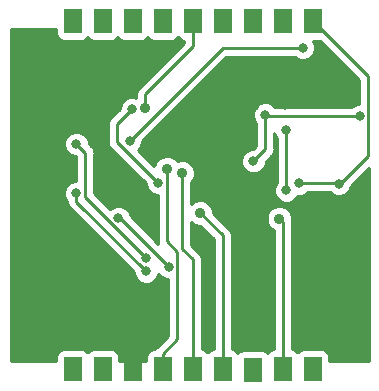
<source format=gbr>
G04 #@! TF.GenerationSoftware,KiCad,Pcbnew,5.0.2-bee76a0~70~ubuntu16.04.1*
G04 #@! TF.CreationDate,2019-03-15T16:31:10-06:00*
G04 #@! TF.ProjectId,AX25_TNC_modemmodule,41583235-5f54-44e4-935f-6d6f64656d6d,rev?*
G04 #@! TF.SameCoordinates,Original*
G04 #@! TF.FileFunction,Copper,L2,Bot*
G04 #@! TF.FilePolarity,Positive*
%FSLAX46Y46*%
G04 Gerber Fmt 4.6, Leading zero omitted, Abs format (unit mm)*
G04 Created by KiCad (PCBNEW 5.0.2-bee76a0~70~ubuntu16.04.1) date Fri 15 Mar 2019 04:31:10 PM MDT*
%MOMM*%
%LPD*%
G01*
G04 APERTURE LIST*
G04 #@! TA.AperFunction,ComponentPad*
%ADD10R,1.524000X2.032000*%
G04 #@! TD*
G04 #@! TA.AperFunction,ViaPad*
%ADD11C,1.270000*%
G04 #@! TD*
G04 #@! TA.AperFunction,ViaPad*
%ADD12C,0.889000*%
G04 #@! TD*
G04 #@! TA.AperFunction,ViaPad*
%ADD13C,0.800000*%
G04 #@! TD*
G04 #@! TA.AperFunction,Conductor*
%ADD14C,0.254000*%
G04 #@! TD*
G04 APERTURE END LIST*
D10*
G04 #@! TO.P,J14,1*
G04 #@! TO.N,/gen2*
X143954500Y-95567500D03*
G04 #@! TD*
G04 #@! TO.P,,1*
G04 #@! TO.N,N/C*
X141414500Y-95567500D03*
G04 #@! TD*
G04 #@! TO.P,gnd,3*
G04 #@! TO.N,GND*
X146494500Y-125031500D03*
G04 #@! TD*
G04 #@! TO.P,ptt,1*
G04 #@! TO.N,/ptt*
X141414500Y-125031500D03*
G04 #@! TD*
G04 #@! TO.P,out,2*
G04 #@! TO.N,/audio_out*
X143954500Y-125031500D03*
G04 #@! TD*
G04 #@! TO.P,txl,8*
G04 #@! TO.N,/txled*
X159194500Y-125031500D03*
G04 #@! TD*
G04 #@! TO.P,g1,6*
G04 #@! TO.N,/gen1*
X154114500Y-125031500D03*
G04 #@! TD*
G04 #@! TO.P,5v,9*
G04 #@! TO.N,+5V*
X161734500Y-125031500D03*
G04 #@! TD*
G04 #@! TO.P,sda,5*
G04 #@! TO.N,/sda*
X151574500Y-125031500D03*
G04 #@! TD*
G04 #@! TO.P,scl,4*
G04 #@! TO.N,/scl*
X149034500Y-125031500D03*
G04 #@! TD*
G04 #@! TO.P,rxl,7*
G04 #@! TO.N,/rxled*
X156654500Y-125095000D03*
G04 #@! TD*
G04 #@! TO.P,tx,1*
G04 #@! TO.N,/tnc_rx*
X149034500Y-95567500D03*
G04 #@! TD*
G04 #@! TO.P,g2,1*
G04 #@! TO.N,/tnc_tx*
X146494500Y-95567500D03*
G04 #@! TD*
G04 #@! TO.P,ain,1*
G04 #@! TO.N,/audio_in*
X154114500Y-95567500D03*
G04 #@! TD*
G04 #@! TO.P,osi,11*
G04 #@! TO.N,/mosi*
X159194500Y-95567500D03*
G04 #@! TD*
G04 #@! TO.P,sck,1*
G04 #@! TO.N,/sck*
X156654500Y-95567500D03*
G04 #@! TD*
G04 #@! TO.P,iso,10*
G04 #@! TO.N,/miso*
X161734500Y-95567500D03*
G04 #@! TD*
G04 #@! TO.P,rx,1*
G04 #@! TO.N,/gen3*
X151638000Y-95567500D03*
G04 #@! TD*
D11*
G04 #@! TO.N,*
X141427200Y-95554800D03*
G04 #@! TO.N,+5V*
X161734500Y-125031500D03*
D12*
G04 #@! TO.N,GND*
X154368500Y-104584500D03*
X137922000Y-102616000D03*
X142303500Y-115506500D03*
X145224500Y-99123500D03*
X152908000Y-122872500D03*
X164719000Y-122555000D03*
X138176000Y-115506500D03*
X147510500Y-110045500D03*
X144462500Y-109664500D03*
X148272500Y-120904000D03*
D11*
X146494500Y-125031500D03*
D12*
X157480000Y-121920000D03*
D13*
X145161000Y-123190000D03*
D12*
X156781500Y-102806500D03*
D13*
X159385000Y-102679500D03*
X161480500Y-99758500D03*
G04 #@! TO.N,+5V*
X148653500Y-109283500D03*
X146430998Y-103060500D03*
D11*
G04 #@! TO.N,/audio_in*
X154114500Y-95554800D03*
D13*
G04 #@! TO.N,Net-(C4-Pad2)*
X147660045Y-115656045D03*
X141731996Y-105981500D03*
G04 #@! TO.N,Net-(C5-Pad2)*
X147637500Y-116776500D03*
X141732000Y-110172500D03*
D11*
G04 #@! TO.N,/audio_out*
X143954500Y-125031500D03*
G04 #@! TO.N,/ptt*
X141414500Y-125031500D03*
D12*
G04 #@! TO.N,/sda*
X150685500Y-108458000D03*
D11*
X151574500Y-125031500D03*
D12*
G04 #@! TO.N,/scl*
X149415500Y-108077000D03*
D11*
X149034500Y-125031500D03*
D13*
G04 #@! TO.N,/mosi*
X159518074Y-109924574D03*
D11*
X159194500Y-95567500D03*
D13*
X159512000Y-104775000D03*
G04 #@! TO.N,/miso*
X160609927Y-109324234D03*
D11*
X161734500Y-95567500D03*
D13*
X163957000Y-109347000D03*
G04 #@! TO.N,/sck*
X156724067Y-107448067D03*
D11*
X156654500Y-95567500D03*
D13*
X165706490Y-103632000D03*
X157733996Y-103505000D03*
G04 #@! TO.N,/reset*
X146240500Y-105727500D03*
X160909000Y-97853498D03*
G04 #@! TO.N,Net-(R5-Pad2)*
X149542500Y-116395500D03*
X145294067Y-112261933D03*
D11*
G04 #@! TO.N,/gen2*
X143954500Y-95567500D03*
D12*
G04 #@! TO.N,/gen1*
X152209500Y-111823500D03*
D11*
X154114500Y-125031500D03*
G04 #@! TO.N,/tnc_rx*
X149034500Y-95567500D03*
G04 #@! TO.N,/tnc_tx*
X146494500Y-95567500D03*
D12*
G04 #@! TO.N,/txled*
X158909783Y-112310283D03*
D11*
X159194500Y-125031500D03*
G04 #@! TO.N,/rxled*
X156654500Y-125095000D03*
D12*
G04 #@! TO.N,/gen3*
X147574000Y-102933500D03*
D11*
X151638000Y-95567500D03*
G04 #@! TD*
D14*
G04 #@! TO.N,+5V*
X146030999Y-103460499D02*
X146430998Y-103060500D01*
X145161000Y-104330498D02*
X146030999Y-103460499D01*
X148653500Y-109283500D02*
X145161000Y-105791000D01*
X145161000Y-105791000D02*
X145161000Y-104330498D01*
G04 #@! TO.N,Net-(C4-Pad2)*
X142131995Y-106381499D02*
X141731996Y-105981500D01*
X142494000Y-106743504D02*
X142131995Y-106381499D01*
X147660045Y-115656045D02*
X142494000Y-110490000D01*
X142494000Y-110490000D02*
X142494000Y-106743504D01*
G04 #@! TO.N,Net-(C5-Pad2)*
X141732000Y-110738185D02*
X141732000Y-110172500D01*
X141732000Y-110871000D02*
X141732000Y-110738185D01*
X147637500Y-116776500D02*
X141732000Y-110871000D01*
G04 #@! TO.N,/sda*
X150685500Y-108458000D02*
X150685500Y-114864434D01*
X151574500Y-115753434D02*
X151574500Y-125031500D01*
X150685500Y-114864434D02*
X151574500Y-115753434D01*
X151574500Y-125031500D02*
X151574500Y-125031500D01*
G04 #@! TO.N,/scl*
X149415500Y-108077000D02*
X149415500Y-114236500D01*
X150269501Y-122526499D02*
X149034500Y-123761500D01*
X150269501Y-115090501D02*
X150269501Y-122526499D01*
X149034500Y-123761500D02*
X149034500Y-125031500D01*
X149415500Y-114236500D02*
X150269501Y-115090501D01*
X149034500Y-125031500D02*
X149034500Y-125031500D01*
G04 #@! TO.N,/mosi*
X159518074Y-109924574D02*
X159518074Y-104781074D01*
X159518074Y-104781074D02*
X159512000Y-104775000D01*
G04 #@! TO.N,/miso*
X160609927Y-109324234D02*
X163934234Y-109324234D01*
X163934234Y-109324234D02*
X163957000Y-109347000D01*
X160609927Y-109324234D02*
X164106766Y-109324234D01*
X164106766Y-109324234D02*
X166433500Y-106997500D01*
X166433500Y-106997500D02*
X166433500Y-100266500D01*
X166433500Y-100266500D02*
X161734500Y-95567500D01*
G04 #@! TO.N,/sck*
X157860996Y-103632000D02*
X157733996Y-103505000D01*
X165706490Y-103632000D02*
X157860996Y-103632000D01*
X157733996Y-106438138D02*
X157733996Y-104070685D01*
X156724067Y-107448067D02*
X157733996Y-106438138D01*
X157733996Y-104070685D02*
X157733996Y-103505000D01*
G04 #@! TO.N,/reset*
X154114502Y-97853498D02*
X160343315Y-97853498D01*
X146240500Y-105727500D02*
X154114502Y-97853498D01*
X160343315Y-97853498D02*
X160909000Y-97853498D01*
G04 #@! TO.N,Net-(R5-Pad2)*
X149542500Y-116395500D02*
X145408933Y-112261933D01*
X145408933Y-112261933D02*
X145294067Y-112261933D01*
G04 #@! TO.N,/gen1*
X154114500Y-113728500D02*
X152209500Y-111823500D01*
X154114500Y-125031500D02*
X154114500Y-125031500D01*
X154114500Y-125031500D02*
X154114500Y-113728500D01*
G04 #@! TO.N,/txled*
X159194500Y-112595000D02*
X159194500Y-125031500D01*
X158909783Y-112310283D02*
X159194500Y-112595000D01*
X159194500Y-125031500D02*
X159194500Y-125031500D01*
G04 #@! TO.N,/gen3*
X147574000Y-102933500D02*
X147574000Y-101790500D01*
X151638000Y-97726500D02*
X151638000Y-95567500D01*
X147574000Y-101790500D02*
X151638000Y-97726500D01*
X151638000Y-95567500D02*
X151638000Y-95567500D01*
G04 #@! TD*
G04 #@! TO.N,GND*
G36*
X165671501Y-100582132D02*
X165671501Y-102597000D01*
X165500616Y-102597000D01*
X165120210Y-102754569D01*
X165004779Y-102870000D01*
X158562707Y-102870000D01*
X158320276Y-102627569D01*
X157939870Y-102470000D01*
X157528122Y-102470000D01*
X157147716Y-102627569D01*
X156856565Y-102918720D01*
X156698996Y-103299126D01*
X156698996Y-103710874D01*
X156856565Y-104091280D01*
X156971997Y-104206712D01*
X156971996Y-106122507D01*
X156681437Y-106413067D01*
X156518193Y-106413067D01*
X156137787Y-106570636D01*
X155846636Y-106861787D01*
X155689067Y-107242193D01*
X155689067Y-107653941D01*
X155846636Y-108034347D01*
X156137787Y-108325498D01*
X156518193Y-108483067D01*
X156929941Y-108483067D01*
X157310347Y-108325498D01*
X157601498Y-108034347D01*
X157759067Y-107653941D01*
X157759067Y-107490697D01*
X158219746Y-107030019D01*
X158283367Y-106987509D01*
X158325878Y-106923887D01*
X158451783Y-106735457D01*
X158451783Y-106735456D01*
X158451784Y-106735455D01*
X158495996Y-106513186D01*
X158495996Y-106513182D01*
X158510923Y-106438139D01*
X158495996Y-106363096D01*
X158495996Y-105026734D01*
X158634569Y-105361280D01*
X158756075Y-105482786D01*
X158756074Y-109222863D01*
X158640643Y-109338294D01*
X158483074Y-109718700D01*
X158483074Y-110130448D01*
X158640643Y-110510854D01*
X158931794Y-110802005D01*
X159312200Y-110959574D01*
X159723948Y-110959574D01*
X160104354Y-110802005D01*
X160395505Y-110510854D01*
X160458308Y-110359234D01*
X160815801Y-110359234D01*
X161196207Y-110201665D01*
X161311638Y-110086234D01*
X163232523Y-110086234D01*
X163370720Y-110224431D01*
X163751126Y-110382000D01*
X164162874Y-110382000D01*
X164543280Y-110224431D01*
X164834431Y-109933280D01*
X164992000Y-109552874D01*
X164992000Y-109516630D01*
X166485500Y-108023130D01*
X166485501Y-124321500D01*
X163143940Y-124321500D01*
X163143940Y-124015500D01*
X163094657Y-123767735D01*
X162954309Y-123557691D01*
X162744265Y-123417343D01*
X162496500Y-123368060D01*
X160972500Y-123368060D01*
X160724735Y-123417343D01*
X160514691Y-123557691D01*
X160464500Y-123632807D01*
X160414309Y-123557691D01*
X160204265Y-123417343D01*
X159956500Y-123368060D01*
X159956500Y-112670047D01*
X159971428Y-112595000D01*
X159967815Y-112576837D01*
X159989283Y-112525009D01*
X159989283Y-112095557D01*
X159824939Y-111698795D01*
X159521271Y-111395127D01*
X159124509Y-111230783D01*
X158695057Y-111230783D01*
X158298295Y-111395127D01*
X157994627Y-111698795D01*
X157830283Y-112095557D01*
X157830283Y-112525009D01*
X157994627Y-112921771D01*
X158298295Y-113225439D01*
X158432500Y-113281028D01*
X158432501Y-123368060D01*
X158432500Y-123368060D01*
X158184735Y-123417343D01*
X157974691Y-123557691D01*
X157903285Y-123664557D01*
X157874309Y-123621191D01*
X157664265Y-123480843D01*
X157416500Y-123431560D01*
X155892500Y-123431560D01*
X155644735Y-123480843D01*
X155434691Y-123621191D01*
X155405715Y-123664557D01*
X155334309Y-123557691D01*
X155124265Y-123417343D01*
X154876500Y-123368060D01*
X154876500Y-113803547D01*
X154891428Y-113728500D01*
X154874743Y-113644618D01*
X154832288Y-113431183D01*
X154663871Y-113179129D01*
X154600249Y-113136618D01*
X153289000Y-111825370D01*
X153289000Y-111608774D01*
X153124656Y-111212012D01*
X152820988Y-110908344D01*
X152424226Y-110744000D01*
X151994774Y-110744000D01*
X151598012Y-110908344D01*
X151447500Y-111058856D01*
X151447500Y-109222644D01*
X151600656Y-109069488D01*
X151765000Y-108672726D01*
X151765000Y-108243274D01*
X151600656Y-107846512D01*
X151296988Y-107542844D01*
X150900226Y-107378500D01*
X150470774Y-107378500D01*
X150310169Y-107445025D01*
X150026988Y-107161844D01*
X149630226Y-106997500D01*
X149200774Y-106997500D01*
X148804012Y-107161844D01*
X148500344Y-107465512D01*
X148336000Y-107862274D01*
X148336000Y-107888369D01*
X146939671Y-106492040D01*
X147117931Y-106313780D01*
X147275500Y-105933374D01*
X147275500Y-105770130D01*
X154430133Y-98615498D01*
X160207289Y-98615498D01*
X160322720Y-98730929D01*
X160703126Y-98888498D01*
X161114874Y-98888498D01*
X161495280Y-98730929D01*
X161786431Y-98439778D01*
X161944000Y-98059372D01*
X161944000Y-97647624D01*
X161786431Y-97267218D01*
X161750153Y-97230940D01*
X162320310Y-97230940D01*
X165671501Y-100582132D01*
X165671501Y-100582132D01*
G37*
X165671501Y-100582132D02*
X165671501Y-102597000D01*
X165500616Y-102597000D01*
X165120210Y-102754569D01*
X165004779Y-102870000D01*
X158562707Y-102870000D01*
X158320276Y-102627569D01*
X157939870Y-102470000D01*
X157528122Y-102470000D01*
X157147716Y-102627569D01*
X156856565Y-102918720D01*
X156698996Y-103299126D01*
X156698996Y-103710874D01*
X156856565Y-104091280D01*
X156971997Y-104206712D01*
X156971996Y-106122507D01*
X156681437Y-106413067D01*
X156518193Y-106413067D01*
X156137787Y-106570636D01*
X155846636Y-106861787D01*
X155689067Y-107242193D01*
X155689067Y-107653941D01*
X155846636Y-108034347D01*
X156137787Y-108325498D01*
X156518193Y-108483067D01*
X156929941Y-108483067D01*
X157310347Y-108325498D01*
X157601498Y-108034347D01*
X157759067Y-107653941D01*
X157759067Y-107490697D01*
X158219746Y-107030019D01*
X158283367Y-106987509D01*
X158325878Y-106923887D01*
X158451783Y-106735457D01*
X158451783Y-106735456D01*
X158451784Y-106735455D01*
X158495996Y-106513186D01*
X158495996Y-106513182D01*
X158510923Y-106438139D01*
X158495996Y-106363096D01*
X158495996Y-105026734D01*
X158634569Y-105361280D01*
X158756075Y-105482786D01*
X158756074Y-109222863D01*
X158640643Y-109338294D01*
X158483074Y-109718700D01*
X158483074Y-110130448D01*
X158640643Y-110510854D01*
X158931794Y-110802005D01*
X159312200Y-110959574D01*
X159723948Y-110959574D01*
X160104354Y-110802005D01*
X160395505Y-110510854D01*
X160458308Y-110359234D01*
X160815801Y-110359234D01*
X161196207Y-110201665D01*
X161311638Y-110086234D01*
X163232523Y-110086234D01*
X163370720Y-110224431D01*
X163751126Y-110382000D01*
X164162874Y-110382000D01*
X164543280Y-110224431D01*
X164834431Y-109933280D01*
X164992000Y-109552874D01*
X164992000Y-109516630D01*
X166485500Y-108023130D01*
X166485501Y-124321500D01*
X163143940Y-124321500D01*
X163143940Y-124015500D01*
X163094657Y-123767735D01*
X162954309Y-123557691D01*
X162744265Y-123417343D01*
X162496500Y-123368060D01*
X160972500Y-123368060D01*
X160724735Y-123417343D01*
X160514691Y-123557691D01*
X160464500Y-123632807D01*
X160414309Y-123557691D01*
X160204265Y-123417343D01*
X159956500Y-123368060D01*
X159956500Y-112670047D01*
X159971428Y-112595000D01*
X159967815Y-112576837D01*
X159989283Y-112525009D01*
X159989283Y-112095557D01*
X159824939Y-111698795D01*
X159521271Y-111395127D01*
X159124509Y-111230783D01*
X158695057Y-111230783D01*
X158298295Y-111395127D01*
X157994627Y-111698795D01*
X157830283Y-112095557D01*
X157830283Y-112525009D01*
X157994627Y-112921771D01*
X158298295Y-113225439D01*
X158432500Y-113281028D01*
X158432501Y-123368060D01*
X158432500Y-123368060D01*
X158184735Y-123417343D01*
X157974691Y-123557691D01*
X157903285Y-123664557D01*
X157874309Y-123621191D01*
X157664265Y-123480843D01*
X157416500Y-123431560D01*
X155892500Y-123431560D01*
X155644735Y-123480843D01*
X155434691Y-123621191D01*
X155405715Y-123664557D01*
X155334309Y-123557691D01*
X155124265Y-123417343D01*
X154876500Y-123368060D01*
X154876500Y-113803547D01*
X154891428Y-113728500D01*
X154874743Y-113644618D01*
X154832288Y-113431183D01*
X154663871Y-113179129D01*
X154600249Y-113136618D01*
X153289000Y-111825370D01*
X153289000Y-111608774D01*
X153124656Y-111212012D01*
X152820988Y-110908344D01*
X152424226Y-110744000D01*
X151994774Y-110744000D01*
X151598012Y-110908344D01*
X151447500Y-111058856D01*
X151447500Y-109222644D01*
X151600656Y-109069488D01*
X151765000Y-108672726D01*
X151765000Y-108243274D01*
X151600656Y-107846512D01*
X151296988Y-107542844D01*
X150900226Y-107378500D01*
X150470774Y-107378500D01*
X150310169Y-107445025D01*
X150026988Y-107161844D01*
X149630226Y-106997500D01*
X149200774Y-106997500D01*
X148804012Y-107161844D01*
X148500344Y-107465512D01*
X148336000Y-107862274D01*
X148336000Y-107888369D01*
X146939671Y-106492040D01*
X147117931Y-106313780D01*
X147275500Y-105933374D01*
X147275500Y-105770130D01*
X154430133Y-98615498D01*
X160207289Y-98615498D01*
X160322720Y-98730929D01*
X160703126Y-98888498D01*
X161114874Y-98888498D01*
X161495280Y-98730929D01*
X161786431Y-98439778D01*
X161944000Y-98059372D01*
X161944000Y-97647624D01*
X161786431Y-97267218D01*
X161750153Y-97230940D01*
X162320310Y-97230940D01*
X165671501Y-100582132D01*
G36*
X140005060Y-96583500D02*
X140054343Y-96831265D01*
X140194691Y-97041309D01*
X140404735Y-97181657D01*
X140652500Y-97230940D01*
X142176500Y-97230940D01*
X142424265Y-97181657D01*
X142634309Y-97041309D01*
X142684500Y-96966193D01*
X142734691Y-97041309D01*
X142944735Y-97181657D01*
X143192500Y-97230940D01*
X144716500Y-97230940D01*
X144964265Y-97181657D01*
X145174309Y-97041309D01*
X145224500Y-96966193D01*
X145274691Y-97041309D01*
X145484735Y-97181657D01*
X145732500Y-97230940D01*
X147256500Y-97230940D01*
X147504265Y-97181657D01*
X147714309Y-97041309D01*
X147764500Y-96966193D01*
X147814691Y-97041309D01*
X148024735Y-97181657D01*
X148272500Y-97230940D01*
X149796500Y-97230940D01*
X150044265Y-97181657D01*
X150254309Y-97041309D01*
X150336250Y-96918677D01*
X150418191Y-97041309D01*
X150628235Y-97181657D01*
X150876000Y-97230940D01*
X150876000Y-97410869D01*
X147088251Y-101198619D01*
X147024630Y-101241129D01*
X146982119Y-101304751D01*
X146982118Y-101304752D01*
X146856213Y-101493183D01*
X146797073Y-101790500D01*
X146812001Y-101865548D01*
X146812001Y-102098041D01*
X146636872Y-102025500D01*
X146225124Y-102025500D01*
X145844718Y-102183069D01*
X145553567Y-102474220D01*
X145395998Y-102854626D01*
X145395998Y-103017869D01*
X144675251Y-103738617D01*
X144611630Y-103781127D01*
X144569119Y-103844749D01*
X144569118Y-103844750D01*
X144443213Y-104033181D01*
X144384073Y-104330498D01*
X144399001Y-104405546D01*
X144399000Y-105715956D01*
X144384073Y-105791000D01*
X144399000Y-105866043D01*
X144399000Y-105866047D01*
X144443212Y-106088316D01*
X144611629Y-106340371D01*
X144675253Y-106382883D01*
X147618500Y-109326131D01*
X147618500Y-109489374D01*
X147776069Y-109869780D01*
X148067220Y-110160931D01*
X148447626Y-110318500D01*
X148653500Y-110318500D01*
X148653501Y-114161452D01*
X148638573Y-114236500D01*
X148653501Y-114311548D01*
X148682632Y-114458002D01*
X146329067Y-112104437D01*
X146329067Y-112056059D01*
X146171498Y-111675653D01*
X145880347Y-111384502D01*
X145499941Y-111226933D01*
X145088193Y-111226933D01*
X144707787Y-111384502D01*
X144586960Y-111505329D01*
X143256000Y-110174370D01*
X143256000Y-106818546D01*
X143270927Y-106743503D01*
X143256000Y-106668460D01*
X143256000Y-106668456D01*
X143211788Y-106446187D01*
X143043371Y-106194133D01*
X142979746Y-106151620D01*
X142766996Y-105938870D01*
X142766996Y-105775626D01*
X142609427Y-105395220D01*
X142318276Y-105104069D01*
X141937870Y-104946500D01*
X141526122Y-104946500D01*
X141145716Y-105104069D01*
X140854565Y-105395220D01*
X140696996Y-105775626D01*
X140696996Y-106187374D01*
X140854565Y-106567780D01*
X141145716Y-106858931D01*
X141526122Y-107016500D01*
X141689366Y-107016500D01*
X141732001Y-107059135D01*
X141732000Y-109137500D01*
X141526126Y-109137500D01*
X141145720Y-109295069D01*
X140854569Y-109586220D01*
X140697000Y-109966626D01*
X140697000Y-110378374D01*
X140854569Y-110758780D01*
X140957017Y-110861228D01*
X140955073Y-110871000D01*
X140970000Y-110946043D01*
X140970000Y-110946047D01*
X141014212Y-111168316D01*
X141182629Y-111420371D01*
X141246253Y-111462883D01*
X146602500Y-116819131D01*
X146602500Y-116982374D01*
X146760069Y-117362780D01*
X147051220Y-117653931D01*
X147431626Y-117811500D01*
X147843374Y-117811500D01*
X148223780Y-117653931D01*
X148514931Y-117362780D01*
X148670497Y-116987208D01*
X148956220Y-117272931D01*
X149336626Y-117430500D01*
X149507501Y-117430500D01*
X149507502Y-122210867D01*
X148548753Y-123169617D01*
X148485129Y-123212129D01*
X148380940Y-123368060D01*
X148272500Y-123368060D01*
X148024735Y-123417343D01*
X147814691Y-123557691D01*
X147674343Y-123767735D01*
X147625060Y-124015500D01*
X147625060Y-124321500D01*
X145363940Y-124321500D01*
X145363940Y-124015500D01*
X145314657Y-123767735D01*
X145174309Y-123557691D01*
X144964265Y-123417343D01*
X144716500Y-123368060D01*
X143192500Y-123368060D01*
X142944735Y-123417343D01*
X142734691Y-123557691D01*
X142684500Y-123632807D01*
X142634309Y-123557691D01*
X142424265Y-123417343D01*
X142176500Y-123368060D01*
X140652500Y-123368060D01*
X140404735Y-123417343D01*
X140194691Y-123557691D01*
X140054343Y-123767735D01*
X140005060Y-124015500D01*
X140005060Y-124321500D01*
X136155500Y-124321500D01*
X136155500Y-96214000D01*
X140005060Y-96214000D01*
X140005060Y-96583500D01*
X140005060Y-96583500D01*
G37*
X140005060Y-96583500D02*
X140054343Y-96831265D01*
X140194691Y-97041309D01*
X140404735Y-97181657D01*
X140652500Y-97230940D01*
X142176500Y-97230940D01*
X142424265Y-97181657D01*
X142634309Y-97041309D01*
X142684500Y-96966193D01*
X142734691Y-97041309D01*
X142944735Y-97181657D01*
X143192500Y-97230940D01*
X144716500Y-97230940D01*
X144964265Y-97181657D01*
X145174309Y-97041309D01*
X145224500Y-96966193D01*
X145274691Y-97041309D01*
X145484735Y-97181657D01*
X145732500Y-97230940D01*
X147256500Y-97230940D01*
X147504265Y-97181657D01*
X147714309Y-97041309D01*
X147764500Y-96966193D01*
X147814691Y-97041309D01*
X148024735Y-97181657D01*
X148272500Y-97230940D01*
X149796500Y-97230940D01*
X150044265Y-97181657D01*
X150254309Y-97041309D01*
X150336250Y-96918677D01*
X150418191Y-97041309D01*
X150628235Y-97181657D01*
X150876000Y-97230940D01*
X150876000Y-97410869D01*
X147088251Y-101198619D01*
X147024630Y-101241129D01*
X146982119Y-101304751D01*
X146982118Y-101304752D01*
X146856213Y-101493183D01*
X146797073Y-101790500D01*
X146812001Y-101865548D01*
X146812001Y-102098041D01*
X146636872Y-102025500D01*
X146225124Y-102025500D01*
X145844718Y-102183069D01*
X145553567Y-102474220D01*
X145395998Y-102854626D01*
X145395998Y-103017869D01*
X144675251Y-103738617D01*
X144611630Y-103781127D01*
X144569119Y-103844749D01*
X144569118Y-103844750D01*
X144443213Y-104033181D01*
X144384073Y-104330498D01*
X144399001Y-104405546D01*
X144399000Y-105715956D01*
X144384073Y-105791000D01*
X144399000Y-105866043D01*
X144399000Y-105866047D01*
X144443212Y-106088316D01*
X144611629Y-106340371D01*
X144675253Y-106382883D01*
X147618500Y-109326131D01*
X147618500Y-109489374D01*
X147776069Y-109869780D01*
X148067220Y-110160931D01*
X148447626Y-110318500D01*
X148653500Y-110318500D01*
X148653501Y-114161452D01*
X148638573Y-114236500D01*
X148653501Y-114311548D01*
X148682632Y-114458002D01*
X146329067Y-112104437D01*
X146329067Y-112056059D01*
X146171498Y-111675653D01*
X145880347Y-111384502D01*
X145499941Y-111226933D01*
X145088193Y-111226933D01*
X144707787Y-111384502D01*
X144586960Y-111505329D01*
X143256000Y-110174370D01*
X143256000Y-106818546D01*
X143270927Y-106743503D01*
X143256000Y-106668460D01*
X143256000Y-106668456D01*
X143211788Y-106446187D01*
X143043371Y-106194133D01*
X142979746Y-106151620D01*
X142766996Y-105938870D01*
X142766996Y-105775626D01*
X142609427Y-105395220D01*
X142318276Y-105104069D01*
X141937870Y-104946500D01*
X141526122Y-104946500D01*
X141145716Y-105104069D01*
X140854565Y-105395220D01*
X140696996Y-105775626D01*
X140696996Y-106187374D01*
X140854565Y-106567780D01*
X141145716Y-106858931D01*
X141526122Y-107016500D01*
X141689366Y-107016500D01*
X141732001Y-107059135D01*
X141732000Y-109137500D01*
X141526126Y-109137500D01*
X141145720Y-109295069D01*
X140854569Y-109586220D01*
X140697000Y-109966626D01*
X140697000Y-110378374D01*
X140854569Y-110758780D01*
X140957017Y-110861228D01*
X140955073Y-110871000D01*
X140970000Y-110946043D01*
X140970000Y-110946047D01*
X141014212Y-111168316D01*
X141182629Y-111420371D01*
X141246253Y-111462883D01*
X146602500Y-116819131D01*
X146602500Y-116982374D01*
X146760069Y-117362780D01*
X147051220Y-117653931D01*
X147431626Y-117811500D01*
X147843374Y-117811500D01*
X148223780Y-117653931D01*
X148514931Y-117362780D01*
X148670497Y-116987208D01*
X148956220Y-117272931D01*
X149336626Y-117430500D01*
X149507501Y-117430500D01*
X149507502Y-122210867D01*
X148548753Y-123169617D01*
X148485129Y-123212129D01*
X148380940Y-123368060D01*
X148272500Y-123368060D01*
X148024735Y-123417343D01*
X147814691Y-123557691D01*
X147674343Y-123767735D01*
X147625060Y-124015500D01*
X147625060Y-124321500D01*
X145363940Y-124321500D01*
X145363940Y-124015500D01*
X145314657Y-123767735D01*
X145174309Y-123557691D01*
X144964265Y-123417343D01*
X144716500Y-123368060D01*
X143192500Y-123368060D01*
X142944735Y-123417343D01*
X142734691Y-123557691D01*
X142684500Y-123632807D01*
X142634309Y-123557691D01*
X142424265Y-123417343D01*
X142176500Y-123368060D01*
X140652500Y-123368060D01*
X140404735Y-123417343D01*
X140194691Y-123557691D01*
X140054343Y-123767735D01*
X140005060Y-124015500D01*
X140005060Y-124321500D01*
X136155500Y-124321500D01*
X136155500Y-96214000D01*
X140005060Y-96214000D01*
X140005060Y-96583500D01*
G36*
X151598012Y-112738656D02*
X151994774Y-112903000D01*
X152211370Y-112903000D01*
X153352501Y-114044132D01*
X153352500Y-123368060D01*
X153104735Y-123417343D01*
X152894691Y-123557691D01*
X152844500Y-123632807D01*
X152794309Y-123557691D01*
X152584265Y-123417343D01*
X152336500Y-123368060D01*
X152336500Y-115828481D01*
X152351428Y-115753434D01*
X152328839Y-115639872D01*
X152292288Y-115456117D01*
X152123871Y-115204063D01*
X152060250Y-115161553D01*
X151447500Y-114548804D01*
X151447500Y-112588144D01*
X151598012Y-112738656D01*
X151598012Y-112738656D01*
G37*
X151598012Y-112738656D02*
X151994774Y-112903000D01*
X152211370Y-112903000D01*
X153352501Y-114044132D01*
X153352500Y-123368060D01*
X153104735Y-123417343D01*
X152894691Y-123557691D01*
X152844500Y-123632807D01*
X152794309Y-123557691D01*
X152584265Y-123417343D01*
X152336500Y-123368060D01*
X152336500Y-115828481D01*
X152351428Y-115753434D01*
X152328839Y-115639872D01*
X152292288Y-115456117D01*
X152123871Y-115204063D01*
X152060250Y-115161553D01*
X151447500Y-114548804D01*
X151447500Y-112588144D01*
X151598012Y-112738656D01*
G04 #@! TD*
M02*

</source>
